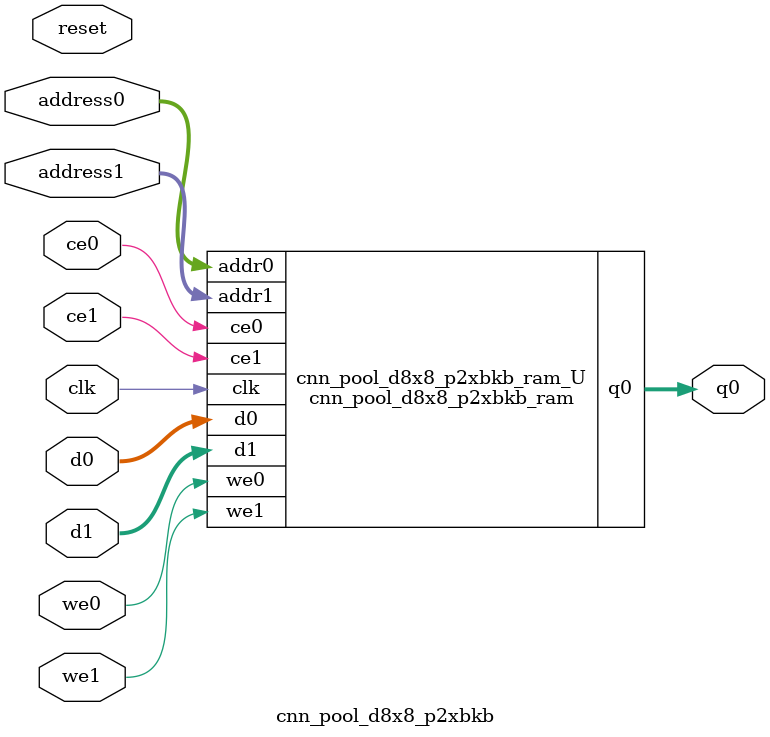
<source format=v>

`timescale 1 ns / 1 ps
module cnn_pool_d8x8_p2xbkb_ram (addr0, ce0, d0, we0, q0, addr1, ce1, d1, we1,  clk);

parameter DWIDTH = 32;
parameter AWIDTH = 3;
parameter MEM_SIZE = 8;

input[AWIDTH-1:0] addr0;
input ce0;
input[DWIDTH-1:0] d0;
input we0;
output reg[DWIDTH-1:0] q0;
input[AWIDTH-1:0] addr1;
input ce1;
input[DWIDTH-1:0] d1;
input we1;
input clk;

(* ram_style = "block" *)reg [DWIDTH-1:0] ram[0:MEM_SIZE-1];




always @(posedge clk)  
begin 
    if (ce0) 
    begin
        if (we0) 
        begin 
            ram[addr0] <= d0; 
            q0 <= d0;
        end 
        else 
            q0 <= ram[addr0];
    end
end


always @(posedge clk)  
begin 
    if (ce1) 
    begin
        if (we1) 
        begin 
            ram[addr1] <= d1; 
        end 
    end
end


endmodule


`timescale 1 ns / 1 ps
module cnn_pool_d8x8_p2xbkb(
    reset,
    clk,
    address0,
    ce0,
    we0,
    d0,
    q0,
    address1,
    ce1,
    we1,
    d1);

parameter DataWidth = 32'd32;
parameter AddressRange = 32'd8;
parameter AddressWidth = 32'd3;
input reset;
input clk;
input[AddressWidth - 1:0] address0;
input ce0;
input we0;
input[DataWidth - 1:0] d0;
output[DataWidth - 1:0] q0;
input[AddressWidth - 1:0] address1;
input ce1;
input we1;
input[DataWidth - 1:0] d1;



cnn_pool_d8x8_p2xbkb_ram cnn_pool_d8x8_p2xbkb_ram_U(
    .clk( clk ),
    .addr0( address0 ),
    .ce0( ce0 ),
    .d0( d0 ),
    .we0( we0 ),
    .q0( q0 ),
    .addr1( address1 ),
    .ce1( ce1 ),
    .d1( d1 ),
    .we1( we1 ));

endmodule


</source>
